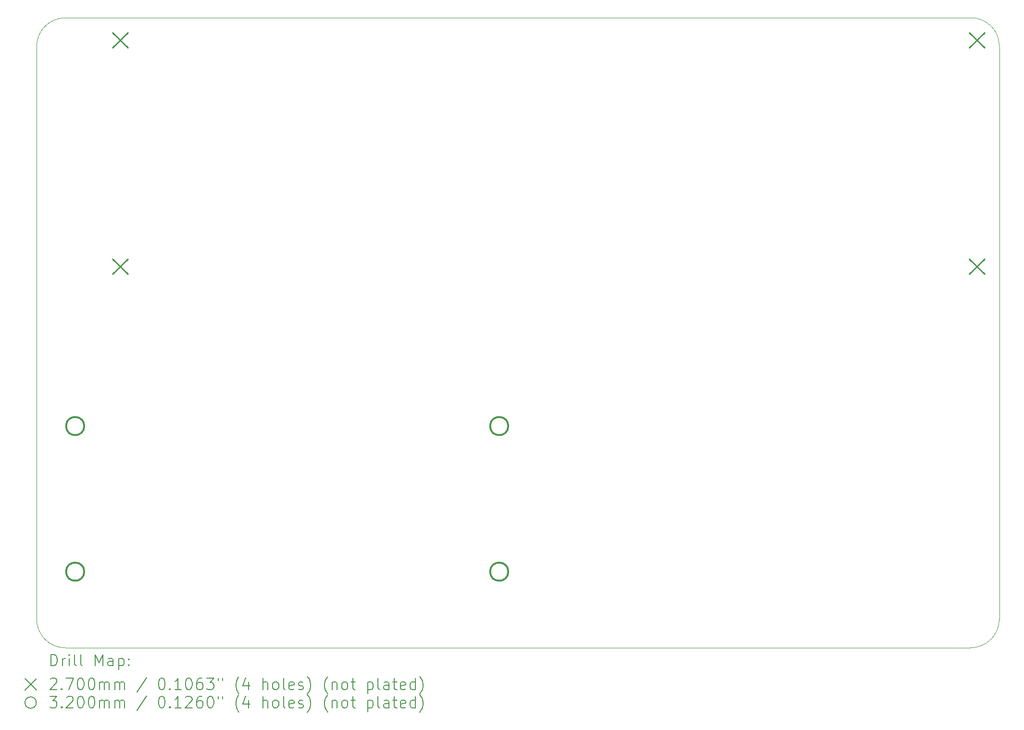
<source format=gbr>
%TF.GenerationSoftware,KiCad,Pcbnew,(6.0.7-1)-1*%
%TF.CreationDate,2023-01-31T16:53:27+01:00*%
%TF.ProjectId,6502_computer,36353032-5f63-46f6-9d70-757465722e6b,REV*%
%TF.SameCoordinates,Original*%
%TF.FileFunction,Drillmap*%
%TF.FilePolarity,Positive*%
%FSLAX45Y45*%
G04 Gerber Fmt 4.5, Leading zero omitted, Abs format (unit mm)*
G04 Created by KiCad (PCBNEW (6.0.7-1)-1) date 2023-01-31 16:53:27*
%MOMM*%
%LPD*%
G01*
G04 APERTURE LIST*
%ADD10C,0.100000*%
%ADD11C,0.200000*%
%ADD12C,0.270000*%
%ADD13C,0.320000*%
G04 APERTURE END LIST*
D10*
X23050500Y-15544800D02*
X7112000Y-15544800D01*
X6604000Y-15036800D02*
X6604000Y-4953000D01*
X23558500Y-4953000D02*
G75*
G03*
X23050500Y-4445000I-497150J10850D01*
G01*
X6604000Y-15036800D02*
G75*
G03*
X7112000Y-15544800I508000J0D01*
G01*
X7112000Y-4445000D02*
G75*
G03*
X6604000Y-4953000I0J-508000D01*
G01*
X23050500Y-15544800D02*
G75*
G03*
X23558500Y-15036800I0J508000D01*
G01*
X7112000Y-4445000D02*
X23050500Y-4445000D01*
X23558500Y-4953000D02*
X23558500Y-15036800D01*
D11*
D12*
X7939800Y-4703700D02*
X8209800Y-4973700D01*
X8209800Y-4703700D02*
X7939800Y-4973700D01*
X7939800Y-8691500D02*
X8209800Y-8961500D01*
X8209800Y-8691500D02*
X7939800Y-8961500D01*
X23027400Y-4703700D02*
X23297400Y-4973700D01*
X23297400Y-4703700D02*
X23027400Y-4973700D01*
X23027400Y-8691500D02*
X23297400Y-8961500D01*
X23297400Y-8691500D02*
X23027400Y-8961500D01*
D13*
X7442889Y-11638039D02*
G75*
G03*
X7442889Y-11638039I-160000J0D01*
G01*
X7442889Y-14203439D02*
G75*
G03*
X7442889Y-14203439I-160000J0D01*
G01*
X14910489Y-11638039D02*
G75*
G03*
X14910489Y-11638039I-160000J0D01*
G01*
X14910489Y-14203439D02*
G75*
G03*
X14910489Y-14203439I-160000J0D01*
G01*
D11*
X6856619Y-15860276D02*
X6856619Y-15660276D01*
X6904238Y-15660276D01*
X6932809Y-15669800D01*
X6951857Y-15688848D01*
X6961381Y-15707895D01*
X6970905Y-15745990D01*
X6970905Y-15774562D01*
X6961381Y-15812657D01*
X6951857Y-15831705D01*
X6932809Y-15850752D01*
X6904238Y-15860276D01*
X6856619Y-15860276D01*
X7056619Y-15860276D02*
X7056619Y-15726943D01*
X7056619Y-15765038D02*
X7066143Y-15745990D01*
X7075667Y-15736467D01*
X7094714Y-15726943D01*
X7113762Y-15726943D01*
X7180428Y-15860276D02*
X7180428Y-15726943D01*
X7180428Y-15660276D02*
X7170905Y-15669800D01*
X7180428Y-15679324D01*
X7189952Y-15669800D01*
X7180428Y-15660276D01*
X7180428Y-15679324D01*
X7304238Y-15860276D02*
X7285190Y-15850752D01*
X7275667Y-15831705D01*
X7275667Y-15660276D01*
X7409000Y-15860276D02*
X7389952Y-15850752D01*
X7380428Y-15831705D01*
X7380428Y-15660276D01*
X7637571Y-15860276D02*
X7637571Y-15660276D01*
X7704238Y-15803133D01*
X7770905Y-15660276D01*
X7770905Y-15860276D01*
X7951857Y-15860276D02*
X7951857Y-15755514D01*
X7942333Y-15736467D01*
X7923286Y-15726943D01*
X7885190Y-15726943D01*
X7866143Y-15736467D01*
X7951857Y-15850752D02*
X7932809Y-15860276D01*
X7885190Y-15860276D01*
X7866143Y-15850752D01*
X7856619Y-15831705D01*
X7856619Y-15812657D01*
X7866143Y-15793609D01*
X7885190Y-15784086D01*
X7932809Y-15784086D01*
X7951857Y-15774562D01*
X8047095Y-15726943D02*
X8047095Y-15926943D01*
X8047095Y-15736467D02*
X8066143Y-15726943D01*
X8104238Y-15726943D01*
X8123286Y-15736467D01*
X8132809Y-15745990D01*
X8142333Y-15765038D01*
X8142333Y-15822181D01*
X8132809Y-15841228D01*
X8123286Y-15850752D01*
X8104238Y-15860276D01*
X8066143Y-15860276D01*
X8047095Y-15850752D01*
X8228048Y-15841228D02*
X8237571Y-15850752D01*
X8228048Y-15860276D01*
X8218524Y-15850752D01*
X8228048Y-15841228D01*
X8228048Y-15860276D01*
X8228048Y-15736467D02*
X8237571Y-15745990D01*
X8228048Y-15755514D01*
X8218524Y-15745990D01*
X8228048Y-15736467D01*
X8228048Y-15755514D01*
X6399000Y-16089800D02*
X6599000Y-16289800D01*
X6599000Y-16089800D02*
X6399000Y-16289800D01*
X6847095Y-16099324D02*
X6856619Y-16089800D01*
X6875667Y-16080276D01*
X6923286Y-16080276D01*
X6942333Y-16089800D01*
X6951857Y-16099324D01*
X6961381Y-16118371D01*
X6961381Y-16137419D01*
X6951857Y-16165990D01*
X6837571Y-16280276D01*
X6961381Y-16280276D01*
X7047095Y-16261228D02*
X7056619Y-16270752D01*
X7047095Y-16280276D01*
X7037571Y-16270752D01*
X7047095Y-16261228D01*
X7047095Y-16280276D01*
X7123286Y-16080276D02*
X7256619Y-16080276D01*
X7170905Y-16280276D01*
X7370905Y-16080276D02*
X7389952Y-16080276D01*
X7409000Y-16089800D01*
X7418524Y-16099324D01*
X7428048Y-16118371D01*
X7437571Y-16156467D01*
X7437571Y-16204086D01*
X7428048Y-16242181D01*
X7418524Y-16261228D01*
X7409000Y-16270752D01*
X7389952Y-16280276D01*
X7370905Y-16280276D01*
X7351857Y-16270752D01*
X7342333Y-16261228D01*
X7332809Y-16242181D01*
X7323286Y-16204086D01*
X7323286Y-16156467D01*
X7332809Y-16118371D01*
X7342333Y-16099324D01*
X7351857Y-16089800D01*
X7370905Y-16080276D01*
X7561381Y-16080276D02*
X7580428Y-16080276D01*
X7599476Y-16089800D01*
X7609000Y-16099324D01*
X7618524Y-16118371D01*
X7628048Y-16156467D01*
X7628048Y-16204086D01*
X7618524Y-16242181D01*
X7609000Y-16261228D01*
X7599476Y-16270752D01*
X7580428Y-16280276D01*
X7561381Y-16280276D01*
X7542333Y-16270752D01*
X7532809Y-16261228D01*
X7523286Y-16242181D01*
X7513762Y-16204086D01*
X7513762Y-16156467D01*
X7523286Y-16118371D01*
X7532809Y-16099324D01*
X7542333Y-16089800D01*
X7561381Y-16080276D01*
X7713762Y-16280276D02*
X7713762Y-16146943D01*
X7713762Y-16165990D02*
X7723286Y-16156467D01*
X7742333Y-16146943D01*
X7770905Y-16146943D01*
X7789952Y-16156467D01*
X7799476Y-16175514D01*
X7799476Y-16280276D01*
X7799476Y-16175514D02*
X7809000Y-16156467D01*
X7828048Y-16146943D01*
X7856619Y-16146943D01*
X7875667Y-16156467D01*
X7885190Y-16175514D01*
X7885190Y-16280276D01*
X7980428Y-16280276D02*
X7980428Y-16146943D01*
X7980428Y-16165990D02*
X7989952Y-16156467D01*
X8009000Y-16146943D01*
X8037571Y-16146943D01*
X8056619Y-16156467D01*
X8066143Y-16175514D01*
X8066143Y-16280276D01*
X8066143Y-16175514D02*
X8075667Y-16156467D01*
X8094714Y-16146943D01*
X8123286Y-16146943D01*
X8142333Y-16156467D01*
X8151857Y-16175514D01*
X8151857Y-16280276D01*
X8542333Y-16070752D02*
X8370905Y-16327895D01*
X8799476Y-16080276D02*
X8818524Y-16080276D01*
X8837571Y-16089800D01*
X8847095Y-16099324D01*
X8856619Y-16118371D01*
X8866143Y-16156467D01*
X8866143Y-16204086D01*
X8856619Y-16242181D01*
X8847095Y-16261228D01*
X8837571Y-16270752D01*
X8818524Y-16280276D01*
X8799476Y-16280276D01*
X8780429Y-16270752D01*
X8770905Y-16261228D01*
X8761381Y-16242181D01*
X8751857Y-16204086D01*
X8751857Y-16156467D01*
X8761381Y-16118371D01*
X8770905Y-16099324D01*
X8780429Y-16089800D01*
X8799476Y-16080276D01*
X8951857Y-16261228D02*
X8961381Y-16270752D01*
X8951857Y-16280276D01*
X8942333Y-16270752D01*
X8951857Y-16261228D01*
X8951857Y-16280276D01*
X9151857Y-16280276D02*
X9037571Y-16280276D01*
X9094714Y-16280276D02*
X9094714Y-16080276D01*
X9075667Y-16108848D01*
X9056619Y-16127895D01*
X9037571Y-16137419D01*
X9275667Y-16080276D02*
X9294714Y-16080276D01*
X9313762Y-16089800D01*
X9323286Y-16099324D01*
X9332810Y-16118371D01*
X9342333Y-16156467D01*
X9342333Y-16204086D01*
X9332810Y-16242181D01*
X9323286Y-16261228D01*
X9313762Y-16270752D01*
X9294714Y-16280276D01*
X9275667Y-16280276D01*
X9256619Y-16270752D01*
X9247095Y-16261228D01*
X9237571Y-16242181D01*
X9228048Y-16204086D01*
X9228048Y-16156467D01*
X9237571Y-16118371D01*
X9247095Y-16099324D01*
X9256619Y-16089800D01*
X9275667Y-16080276D01*
X9513762Y-16080276D02*
X9475667Y-16080276D01*
X9456619Y-16089800D01*
X9447095Y-16099324D01*
X9428048Y-16127895D01*
X9418524Y-16165990D01*
X9418524Y-16242181D01*
X9428048Y-16261228D01*
X9437571Y-16270752D01*
X9456619Y-16280276D01*
X9494714Y-16280276D01*
X9513762Y-16270752D01*
X9523286Y-16261228D01*
X9532810Y-16242181D01*
X9532810Y-16194562D01*
X9523286Y-16175514D01*
X9513762Y-16165990D01*
X9494714Y-16156467D01*
X9456619Y-16156467D01*
X9437571Y-16165990D01*
X9428048Y-16175514D01*
X9418524Y-16194562D01*
X9599476Y-16080276D02*
X9723286Y-16080276D01*
X9656619Y-16156467D01*
X9685190Y-16156467D01*
X9704238Y-16165990D01*
X9713762Y-16175514D01*
X9723286Y-16194562D01*
X9723286Y-16242181D01*
X9713762Y-16261228D01*
X9704238Y-16270752D01*
X9685190Y-16280276D01*
X9628048Y-16280276D01*
X9609000Y-16270752D01*
X9599476Y-16261228D01*
X9799476Y-16080276D02*
X9799476Y-16118371D01*
X9875667Y-16080276D02*
X9875667Y-16118371D01*
X10170905Y-16356467D02*
X10161381Y-16346943D01*
X10142333Y-16318371D01*
X10132810Y-16299324D01*
X10123286Y-16270752D01*
X10113762Y-16223133D01*
X10113762Y-16185038D01*
X10123286Y-16137419D01*
X10132810Y-16108848D01*
X10142333Y-16089800D01*
X10161381Y-16061228D01*
X10170905Y-16051705D01*
X10332810Y-16146943D02*
X10332810Y-16280276D01*
X10285190Y-16070752D02*
X10237571Y-16213609D01*
X10361381Y-16213609D01*
X10589952Y-16280276D02*
X10589952Y-16080276D01*
X10675667Y-16280276D02*
X10675667Y-16175514D01*
X10666143Y-16156467D01*
X10647095Y-16146943D01*
X10618524Y-16146943D01*
X10599476Y-16156467D01*
X10589952Y-16165990D01*
X10799476Y-16280276D02*
X10780429Y-16270752D01*
X10770905Y-16261228D01*
X10761381Y-16242181D01*
X10761381Y-16185038D01*
X10770905Y-16165990D01*
X10780429Y-16156467D01*
X10799476Y-16146943D01*
X10828048Y-16146943D01*
X10847095Y-16156467D01*
X10856619Y-16165990D01*
X10866143Y-16185038D01*
X10866143Y-16242181D01*
X10856619Y-16261228D01*
X10847095Y-16270752D01*
X10828048Y-16280276D01*
X10799476Y-16280276D01*
X10980429Y-16280276D02*
X10961381Y-16270752D01*
X10951857Y-16251705D01*
X10951857Y-16080276D01*
X11132810Y-16270752D02*
X11113762Y-16280276D01*
X11075667Y-16280276D01*
X11056619Y-16270752D01*
X11047095Y-16251705D01*
X11047095Y-16175514D01*
X11056619Y-16156467D01*
X11075667Y-16146943D01*
X11113762Y-16146943D01*
X11132810Y-16156467D01*
X11142333Y-16175514D01*
X11142333Y-16194562D01*
X11047095Y-16213609D01*
X11218524Y-16270752D02*
X11237571Y-16280276D01*
X11275667Y-16280276D01*
X11294714Y-16270752D01*
X11304238Y-16251705D01*
X11304238Y-16242181D01*
X11294714Y-16223133D01*
X11275667Y-16213609D01*
X11247095Y-16213609D01*
X11228048Y-16204086D01*
X11218524Y-16185038D01*
X11218524Y-16175514D01*
X11228048Y-16156467D01*
X11247095Y-16146943D01*
X11275667Y-16146943D01*
X11294714Y-16156467D01*
X11370905Y-16356467D02*
X11380428Y-16346943D01*
X11399476Y-16318371D01*
X11409000Y-16299324D01*
X11418524Y-16270752D01*
X11428048Y-16223133D01*
X11428048Y-16185038D01*
X11418524Y-16137419D01*
X11409000Y-16108848D01*
X11399476Y-16089800D01*
X11380428Y-16061228D01*
X11370905Y-16051705D01*
X11732809Y-16356467D02*
X11723286Y-16346943D01*
X11704238Y-16318371D01*
X11694714Y-16299324D01*
X11685190Y-16270752D01*
X11675667Y-16223133D01*
X11675667Y-16185038D01*
X11685190Y-16137419D01*
X11694714Y-16108848D01*
X11704238Y-16089800D01*
X11723286Y-16061228D01*
X11732809Y-16051705D01*
X11809000Y-16146943D02*
X11809000Y-16280276D01*
X11809000Y-16165990D02*
X11818524Y-16156467D01*
X11837571Y-16146943D01*
X11866143Y-16146943D01*
X11885190Y-16156467D01*
X11894714Y-16175514D01*
X11894714Y-16280276D01*
X12018524Y-16280276D02*
X11999476Y-16270752D01*
X11989952Y-16261228D01*
X11980428Y-16242181D01*
X11980428Y-16185038D01*
X11989952Y-16165990D01*
X11999476Y-16156467D01*
X12018524Y-16146943D01*
X12047095Y-16146943D01*
X12066143Y-16156467D01*
X12075667Y-16165990D01*
X12085190Y-16185038D01*
X12085190Y-16242181D01*
X12075667Y-16261228D01*
X12066143Y-16270752D01*
X12047095Y-16280276D01*
X12018524Y-16280276D01*
X12142333Y-16146943D02*
X12218524Y-16146943D01*
X12170905Y-16080276D02*
X12170905Y-16251705D01*
X12180428Y-16270752D01*
X12199476Y-16280276D01*
X12218524Y-16280276D01*
X12437571Y-16146943D02*
X12437571Y-16346943D01*
X12437571Y-16156467D02*
X12456619Y-16146943D01*
X12494714Y-16146943D01*
X12513762Y-16156467D01*
X12523286Y-16165990D01*
X12532809Y-16185038D01*
X12532809Y-16242181D01*
X12523286Y-16261228D01*
X12513762Y-16270752D01*
X12494714Y-16280276D01*
X12456619Y-16280276D01*
X12437571Y-16270752D01*
X12647095Y-16280276D02*
X12628048Y-16270752D01*
X12618524Y-16251705D01*
X12618524Y-16080276D01*
X12809000Y-16280276D02*
X12809000Y-16175514D01*
X12799476Y-16156467D01*
X12780428Y-16146943D01*
X12742333Y-16146943D01*
X12723286Y-16156467D01*
X12809000Y-16270752D02*
X12789952Y-16280276D01*
X12742333Y-16280276D01*
X12723286Y-16270752D01*
X12713762Y-16251705D01*
X12713762Y-16232657D01*
X12723286Y-16213609D01*
X12742333Y-16204086D01*
X12789952Y-16204086D01*
X12809000Y-16194562D01*
X12875667Y-16146943D02*
X12951857Y-16146943D01*
X12904238Y-16080276D02*
X12904238Y-16251705D01*
X12913762Y-16270752D01*
X12932809Y-16280276D01*
X12951857Y-16280276D01*
X13094714Y-16270752D02*
X13075667Y-16280276D01*
X13037571Y-16280276D01*
X13018524Y-16270752D01*
X13009000Y-16251705D01*
X13009000Y-16175514D01*
X13018524Y-16156467D01*
X13037571Y-16146943D01*
X13075667Y-16146943D01*
X13094714Y-16156467D01*
X13104238Y-16175514D01*
X13104238Y-16194562D01*
X13009000Y-16213609D01*
X13275667Y-16280276D02*
X13275667Y-16080276D01*
X13275667Y-16270752D02*
X13256619Y-16280276D01*
X13218524Y-16280276D01*
X13199476Y-16270752D01*
X13189952Y-16261228D01*
X13180428Y-16242181D01*
X13180428Y-16185038D01*
X13189952Y-16165990D01*
X13199476Y-16156467D01*
X13218524Y-16146943D01*
X13256619Y-16146943D01*
X13275667Y-16156467D01*
X13351857Y-16356467D02*
X13361381Y-16346943D01*
X13380428Y-16318371D01*
X13389952Y-16299324D01*
X13399476Y-16270752D01*
X13409000Y-16223133D01*
X13409000Y-16185038D01*
X13399476Y-16137419D01*
X13389952Y-16108848D01*
X13380428Y-16089800D01*
X13361381Y-16061228D01*
X13351857Y-16051705D01*
X6599000Y-16509800D02*
G75*
G03*
X6599000Y-16509800I-100000J0D01*
G01*
X6837571Y-16400276D02*
X6961381Y-16400276D01*
X6894714Y-16476467D01*
X6923286Y-16476467D01*
X6942333Y-16485990D01*
X6951857Y-16495514D01*
X6961381Y-16514562D01*
X6961381Y-16562181D01*
X6951857Y-16581228D01*
X6942333Y-16590752D01*
X6923286Y-16600276D01*
X6866143Y-16600276D01*
X6847095Y-16590752D01*
X6837571Y-16581228D01*
X7047095Y-16581228D02*
X7056619Y-16590752D01*
X7047095Y-16600276D01*
X7037571Y-16590752D01*
X7047095Y-16581228D01*
X7047095Y-16600276D01*
X7132809Y-16419324D02*
X7142333Y-16409800D01*
X7161381Y-16400276D01*
X7209000Y-16400276D01*
X7228048Y-16409800D01*
X7237571Y-16419324D01*
X7247095Y-16438371D01*
X7247095Y-16457419D01*
X7237571Y-16485990D01*
X7123286Y-16600276D01*
X7247095Y-16600276D01*
X7370905Y-16400276D02*
X7389952Y-16400276D01*
X7409000Y-16409800D01*
X7418524Y-16419324D01*
X7428048Y-16438371D01*
X7437571Y-16476467D01*
X7437571Y-16524086D01*
X7428048Y-16562181D01*
X7418524Y-16581228D01*
X7409000Y-16590752D01*
X7389952Y-16600276D01*
X7370905Y-16600276D01*
X7351857Y-16590752D01*
X7342333Y-16581228D01*
X7332809Y-16562181D01*
X7323286Y-16524086D01*
X7323286Y-16476467D01*
X7332809Y-16438371D01*
X7342333Y-16419324D01*
X7351857Y-16409800D01*
X7370905Y-16400276D01*
X7561381Y-16400276D02*
X7580428Y-16400276D01*
X7599476Y-16409800D01*
X7609000Y-16419324D01*
X7618524Y-16438371D01*
X7628048Y-16476467D01*
X7628048Y-16524086D01*
X7618524Y-16562181D01*
X7609000Y-16581228D01*
X7599476Y-16590752D01*
X7580428Y-16600276D01*
X7561381Y-16600276D01*
X7542333Y-16590752D01*
X7532809Y-16581228D01*
X7523286Y-16562181D01*
X7513762Y-16524086D01*
X7513762Y-16476467D01*
X7523286Y-16438371D01*
X7532809Y-16419324D01*
X7542333Y-16409800D01*
X7561381Y-16400276D01*
X7713762Y-16600276D02*
X7713762Y-16466943D01*
X7713762Y-16485990D02*
X7723286Y-16476467D01*
X7742333Y-16466943D01*
X7770905Y-16466943D01*
X7789952Y-16476467D01*
X7799476Y-16495514D01*
X7799476Y-16600276D01*
X7799476Y-16495514D02*
X7809000Y-16476467D01*
X7828048Y-16466943D01*
X7856619Y-16466943D01*
X7875667Y-16476467D01*
X7885190Y-16495514D01*
X7885190Y-16600276D01*
X7980428Y-16600276D02*
X7980428Y-16466943D01*
X7980428Y-16485990D02*
X7989952Y-16476467D01*
X8009000Y-16466943D01*
X8037571Y-16466943D01*
X8056619Y-16476467D01*
X8066143Y-16495514D01*
X8066143Y-16600276D01*
X8066143Y-16495514D02*
X8075667Y-16476467D01*
X8094714Y-16466943D01*
X8123286Y-16466943D01*
X8142333Y-16476467D01*
X8151857Y-16495514D01*
X8151857Y-16600276D01*
X8542333Y-16390752D02*
X8370905Y-16647895D01*
X8799476Y-16400276D02*
X8818524Y-16400276D01*
X8837571Y-16409800D01*
X8847095Y-16419324D01*
X8856619Y-16438371D01*
X8866143Y-16476467D01*
X8866143Y-16524086D01*
X8856619Y-16562181D01*
X8847095Y-16581228D01*
X8837571Y-16590752D01*
X8818524Y-16600276D01*
X8799476Y-16600276D01*
X8780429Y-16590752D01*
X8770905Y-16581228D01*
X8761381Y-16562181D01*
X8751857Y-16524086D01*
X8751857Y-16476467D01*
X8761381Y-16438371D01*
X8770905Y-16419324D01*
X8780429Y-16409800D01*
X8799476Y-16400276D01*
X8951857Y-16581228D02*
X8961381Y-16590752D01*
X8951857Y-16600276D01*
X8942333Y-16590752D01*
X8951857Y-16581228D01*
X8951857Y-16600276D01*
X9151857Y-16600276D02*
X9037571Y-16600276D01*
X9094714Y-16600276D02*
X9094714Y-16400276D01*
X9075667Y-16428848D01*
X9056619Y-16447895D01*
X9037571Y-16457419D01*
X9228048Y-16419324D02*
X9237571Y-16409800D01*
X9256619Y-16400276D01*
X9304238Y-16400276D01*
X9323286Y-16409800D01*
X9332810Y-16419324D01*
X9342333Y-16438371D01*
X9342333Y-16457419D01*
X9332810Y-16485990D01*
X9218524Y-16600276D01*
X9342333Y-16600276D01*
X9513762Y-16400276D02*
X9475667Y-16400276D01*
X9456619Y-16409800D01*
X9447095Y-16419324D01*
X9428048Y-16447895D01*
X9418524Y-16485990D01*
X9418524Y-16562181D01*
X9428048Y-16581228D01*
X9437571Y-16590752D01*
X9456619Y-16600276D01*
X9494714Y-16600276D01*
X9513762Y-16590752D01*
X9523286Y-16581228D01*
X9532810Y-16562181D01*
X9532810Y-16514562D01*
X9523286Y-16495514D01*
X9513762Y-16485990D01*
X9494714Y-16476467D01*
X9456619Y-16476467D01*
X9437571Y-16485990D01*
X9428048Y-16495514D01*
X9418524Y-16514562D01*
X9656619Y-16400276D02*
X9675667Y-16400276D01*
X9694714Y-16409800D01*
X9704238Y-16419324D01*
X9713762Y-16438371D01*
X9723286Y-16476467D01*
X9723286Y-16524086D01*
X9713762Y-16562181D01*
X9704238Y-16581228D01*
X9694714Y-16590752D01*
X9675667Y-16600276D01*
X9656619Y-16600276D01*
X9637571Y-16590752D01*
X9628048Y-16581228D01*
X9618524Y-16562181D01*
X9609000Y-16524086D01*
X9609000Y-16476467D01*
X9618524Y-16438371D01*
X9628048Y-16419324D01*
X9637571Y-16409800D01*
X9656619Y-16400276D01*
X9799476Y-16400276D02*
X9799476Y-16438371D01*
X9875667Y-16400276D02*
X9875667Y-16438371D01*
X10170905Y-16676467D02*
X10161381Y-16666943D01*
X10142333Y-16638371D01*
X10132810Y-16619324D01*
X10123286Y-16590752D01*
X10113762Y-16543133D01*
X10113762Y-16505038D01*
X10123286Y-16457419D01*
X10132810Y-16428848D01*
X10142333Y-16409800D01*
X10161381Y-16381228D01*
X10170905Y-16371705D01*
X10332810Y-16466943D02*
X10332810Y-16600276D01*
X10285190Y-16390752D02*
X10237571Y-16533609D01*
X10361381Y-16533609D01*
X10589952Y-16600276D02*
X10589952Y-16400276D01*
X10675667Y-16600276D02*
X10675667Y-16495514D01*
X10666143Y-16476467D01*
X10647095Y-16466943D01*
X10618524Y-16466943D01*
X10599476Y-16476467D01*
X10589952Y-16485990D01*
X10799476Y-16600276D02*
X10780429Y-16590752D01*
X10770905Y-16581228D01*
X10761381Y-16562181D01*
X10761381Y-16505038D01*
X10770905Y-16485990D01*
X10780429Y-16476467D01*
X10799476Y-16466943D01*
X10828048Y-16466943D01*
X10847095Y-16476467D01*
X10856619Y-16485990D01*
X10866143Y-16505038D01*
X10866143Y-16562181D01*
X10856619Y-16581228D01*
X10847095Y-16590752D01*
X10828048Y-16600276D01*
X10799476Y-16600276D01*
X10980429Y-16600276D02*
X10961381Y-16590752D01*
X10951857Y-16571705D01*
X10951857Y-16400276D01*
X11132810Y-16590752D02*
X11113762Y-16600276D01*
X11075667Y-16600276D01*
X11056619Y-16590752D01*
X11047095Y-16571705D01*
X11047095Y-16495514D01*
X11056619Y-16476467D01*
X11075667Y-16466943D01*
X11113762Y-16466943D01*
X11132810Y-16476467D01*
X11142333Y-16495514D01*
X11142333Y-16514562D01*
X11047095Y-16533609D01*
X11218524Y-16590752D02*
X11237571Y-16600276D01*
X11275667Y-16600276D01*
X11294714Y-16590752D01*
X11304238Y-16571705D01*
X11304238Y-16562181D01*
X11294714Y-16543133D01*
X11275667Y-16533609D01*
X11247095Y-16533609D01*
X11228048Y-16524086D01*
X11218524Y-16505038D01*
X11218524Y-16495514D01*
X11228048Y-16476467D01*
X11247095Y-16466943D01*
X11275667Y-16466943D01*
X11294714Y-16476467D01*
X11370905Y-16676467D02*
X11380428Y-16666943D01*
X11399476Y-16638371D01*
X11409000Y-16619324D01*
X11418524Y-16590752D01*
X11428048Y-16543133D01*
X11428048Y-16505038D01*
X11418524Y-16457419D01*
X11409000Y-16428848D01*
X11399476Y-16409800D01*
X11380428Y-16381228D01*
X11370905Y-16371705D01*
X11732809Y-16676467D02*
X11723286Y-16666943D01*
X11704238Y-16638371D01*
X11694714Y-16619324D01*
X11685190Y-16590752D01*
X11675667Y-16543133D01*
X11675667Y-16505038D01*
X11685190Y-16457419D01*
X11694714Y-16428848D01*
X11704238Y-16409800D01*
X11723286Y-16381228D01*
X11732809Y-16371705D01*
X11809000Y-16466943D02*
X11809000Y-16600276D01*
X11809000Y-16485990D02*
X11818524Y-16476467D01*
X11837571Y-16466943D01*
X11866143Y-16466943D01*
X11885190Y-16476467D01*
X11894714Y-16495514D01*
X11894714Y-16600276D01*
X12018524Y-16600276D02*
X11999476Y-16590752D01*
X11989952Y-16581228D01*
X11980428Y-16562181D01*
X11980428Y-16505038D01*
X11989952Y-16485990D01*
X11999476Y-16476467D01*
X12018524Y-16466943D01*
X12047095Y-16466943D01*
X12066143Y-16476467D01*
X12075667Y-16485990D01*
X12085190Y-16505038D01*
X12085190Y-16562181D01*
X12075667Y-16581228D01*
X12066143Y-16590752D01*
X12047095Y-16600276D01*
X12018524Y-16600276D01*
X12142333Y-16466943D02*
X12218524Y-16466943D01*
X12170905Y-16400276D02*
X12170905Y-16571705D01*
X12180428Y-16590752D01*
X12199476Y-16600276D01*
X12218524Y-16600276D01*
X12437571Y-16466943D02*
X12437571Y-16666943D01*
X12437571Y-16476467D02*
X12456619Y-16466943D01*
X12494714Y-16466943D01*
X12513762Y-16476467D01*
X12523286Y-16485990D01*
X12532809Y-16505038D01*
X12532809Y-16562181D01*
X12523286Y-16581228D01*
X12513762Y-16590752D01*
X12494714Y-16600276D01*
X12456619Y-16600276D01*
X12437571Y-16590752D01*
X12647095Y-16600276D02*
X12628048Y-16590752D01*
X12618524Y-16571705D01*
X12618524Y-16400276D01*
X12809000Y-16600276D02*
X12809000Y-16495514D01*
X12799476Y-16476467D01*
X12780428Y-16466943D01*
X12742333Y-16466943D01*
X12723286Y-16476467D01*
X12809000Y-16590752D02*
X12789952Y-16600276D01*
X12742333Y-16600276D01*
X12723286Y-16590752D01*
X12713762Y-16571705D01*
X12713762Y-16552657D01*
X12723286Y-16533609D01*
X12742333Y-16524086D01*
X12789952Y-16524086D01*
X12809000Y-16514562D01*
X12875667Y-16466943D02*
X12951857Y-16466943D01*
X12904238Y-16400276D02*
X12904238Y-16571705D01*
X12913762Y-16590752D01*
X12932809Y-16600276D01*
X12951857Y-16600276D01*
X13094714Y-16590752D02*
X13075667Y-16600276D01*
X13037571Y-16600276D01*
X13018524Y-16590752D01*
X13009000Y-16571705D01*
X13009000Y-16495514D01*
X13018524Y-16476467D01*
X13037571Y-16466943D01*
X13075667Y-16466943D01*
X13094714Y-16476467D01*
X13104238Y-16495514D01*
X13104238Y-16514562D01*
X13009000Y-16533609D01*
X13275667Y-16600276D02*
X13275667Y-16400276D01*
X13275667Y-16590752D02*
X13256619Y-16600276D01*
X13218524Y-16600276D01*
X13199476Y-16590752D01*
X13189952Y-16581228D01*
X13180428Y-16562181D01*
X13180428Y-16505038D01*
X13189952Y-16485990D01*
X13199476Y-16476467D01*
X13218524Y-16466943D01*
X13256619Y-16466943D01*
X13275667Y-16476467D01*
X13351857Y-16676467D02*
X13361381Y-16666943D01*
X13380428Y-16638371D01*
X13389952Y-16619324D01*
X13399476Y-16590752D01*
X13409000Y-16543133D01*
X13409000Y-16505038D01*
X13399476Y-16457419D01*
X13389952Y-16428848D01*
X13380428Y-16409800D01*
X13361381Y-16381228D01*
X13351857Y-16371705D01*
M02*

</source>
